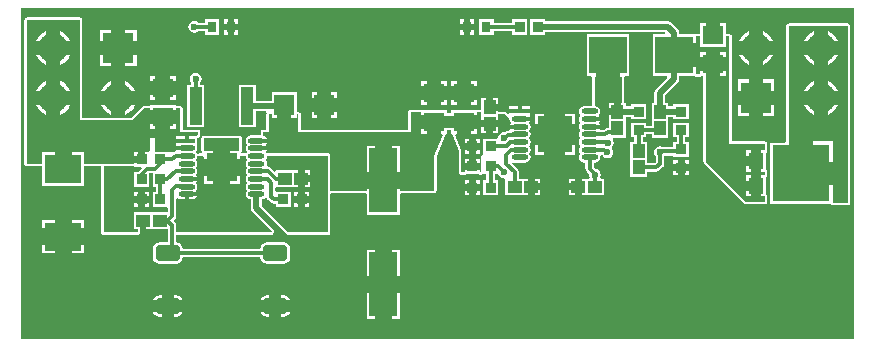
<source format=gtl>
G04*
G04 #@! TF.GenerationSoftware,Altium Limited,Altium Designer,19.1.6 (110)*
G04*
G04 Layer_Physical_Order=1*
G04 Layer_Color=255*
%FSLAX43Y43*%
%MOMM*%
G71*
G01*
G75*
%ADD10C,0.200*%
%ADD13C,0.500*%
%ADD35R,1.250X1.400*%
%ADD36R,4.800X4.800*%
%ADD37R,3.000X3.100*%
%ADD38O,1.400X0.450*%
%ADD39R,1.400X0.450*%
G04:AMPARAMS|DCode=40|XSize=2.1mm|YSize=1.4mm|CornerRadius=0.35mm|HoleSize=0mm|Usage=FLASHONLY|Rotation=0.000|XOffset=0mm|YOffset=0mm|HoleType=Round|Shape=RoundedRectangle|*
%AMROUNDEDRECTD40*
21,1,2.100,0.700,0,0,0.0*
21,1,1.400,1.400,0,0,0.0*
1,1,0.700,0.700,-0.350*
1,1,0.700,-0.700,-0.350*
1,1,0.700,-0.700,0.350*
1,1,0.700,0.700,0.350*
%
%ADD40ROUNDEDRECTD40*%
%ADD41R,1.150X1.000*%
%ADD42R,0.850X0.900*%
%ADD43R,3.150X2.450*%
%ADD44R,2.350X5.450*%
%ADD45R,3.200X3.150*%
%ADD46R,1.800X1.650*%
%ADD47R,0.800X0.950*%
%ADD48R,1.000X1.150*%
%ADD49R,0.900X0.850*%
%ADD50R,1.700X1.800*%
%ADD51R,1.050X3.200*%
%ADD52R,2.660X2.460*%
%ADD53C,0.300*%
%ADD54C,1.000*%
%ADD55C,2.500*%
%ADD56R,2.500X2.500*%
%ADD57C,0.600*%
G36*
X121500Y71000D02*
X51000D01*
Y99000D01*
X121500D01*
Y71000D01*
D02*
G37*
%LPC*%
G36*
X67775Y98075D02*
X66575D01*
Y97757D01*
X66063D01*
X66060Y97760D01*
X65895Y97871D01*
X65700Y97910D01*
X65505Y97871D01*
X65340Y97760D01*
X65229Y97595D01*
X65190Y97400D01*
X65229Y97205D01*
X65340Y97040D01*
X65505Y96929D01*
X65700Y96890D01*
X65895Y96929D01*
X66060Y97040D01*
X66063Y97043D01*
X66575D01*
Y96725D01*
X67775D01*
Y98075D01*
D02*
G37*
G36*
X89375Y98075D02*
X89040D01*
Y97665D01*
X89375D01*
Y98075D01*
D02*
G37*
G36*
X69425Y98075D02*
X69090D01*
Y97665D01*
X69425D01*
Y98075D01*
D02*
G37*
G36*
X68560D02*
X68225D01*
Y97665D01*
X68560D01*
Y98075D01*
D02*
G37*
G36*
X88510Y98075D02*
X88175D01*
Y97665D01*
X88510D01*
Y98075D01*
D02*
G37*
G36*
X91025D02*
X89825D01*
Y96725D01*
X91025D01*
Y97043D01*
X92600D01*
Y96750D01*
X93850D01*
Y98050D01*
X92600D01*
Y97757D01*
X91025D01*
Y98075D01*
D02*
G37*
G36*
X69425Y97135D02*
X69090D01*
Y96725D01*
X69425D01*
Y97135D01*
D02*
G37*
G36*
X68560D02*
X68225D01*
Y96725D01*
X68560D01*
Y97135D01*
D02*
G37*
G36*
X89375D02*
X89040D01*
Y96725D01*
X89375D01*
Y97135D01*
D02*
G37*
G36*
X88510D02*
X88175D01*
Y96725D01*
X88510D01*
Y97135D01*
D02*
G37*
G36*
X60800Y97150D02*
X59850D01*
Y96200D01*
X60800D01*
Y97150D01*
D02*
G37*
G36*
X58650D02*
X57700D01*
Y96200D01*
X58650D01*
Y97150D01*
D02*
G37*
G36*
X113850Y97037D02*
Y96200D01*
X114687D01*
X114545Y96465D01*
X114351Y96701D01*
X114115Y96895D01*
X113850Y97037D01*
D02*
G37*
G36*
X112650Y97037D02*
X112385Y96895D01*
X112149Y96701D01*
X111955Y96465D01*
X111813Y96200D01*
X112650D01*
Y97037D01*
D02*
G37*
G36*
X114687Y95000D02*
X113850D01*
Y94163D01*
X114115Y94305D01*
X114351Y94499D01*
X114545Y94735D01*
X114687Y95000D01*
D02*
G37*
G36*
X112650D02*
X111813D01*
X111955Y94735D01*
X112149Y94499D01*
X112385Y94305D01*
X112650Y94163D01*
Y95000D01*
D02*
G37*
G36*
X60800Y95000D02*
X59850D01*
Y94050D01*
X60800D01*
Y95000D01*
D02*
G37*
G36*
X58650D02*
X57700D01*
Y94050D01*
X58650D01*
Y95000D01*
D02*
G37*
G36*
X64100Y93250D02*
X63600D01*
Y92825D01*
X64100D01*
Y93250D01*
D02*
G37*
G36*
X62400D02*
X61900D01*
Y92825D01*
X62400D01*
Y93250D01*
D02*
G37*
G36*
X89600Y92850D02*
X89100D01*
Y92425D01*
X89600D01*
Y92850D01*
D02*
G37*
G36*
X87900D02*
X87400D01*
Y92425D01*
X87900D01*
Y92850D01*
D02*
G37*
G36*
X87100Y92850D02*
X86600D01*
Y92425D01*
X87100D01*
Y92850D01*
D02*
G37*
G36*
X85400D02*
X84900D01*
Y92425D01*
X85400D01*
Y92850D01*
D02*
G37*
G36*
X59850Y92837D02*
Y92000D01*
X60687D01*
X60545Y92265D01*
X60351Y92501D01*
X60115Y92695D01*
X59850Y92837D01*
D02*
G37*
G36*
X58650Y92837D02*
X58385Y92695D01*
X58149Y92501D01*
X57955Y92265D01*
X57813Y92000D01*
X58650D01*
Y92837D01*
D02*
G37*
G36*
X114800Y92950D02*
X113850D01*
Y92000D01*
X114800D01*
Y92950D01*
D02*
G37*
G36*
X112650D02*
X111700D01*
Y92000D01*
X112650D01*
Y92950D01*
D02*
G37*
G36*
X77750Y91900D02*
X77300D01*
Y91400D01*
X77750D01*
Y91900D01*
D02*
G37*
G36*
X76100D02*
X75650D01*
Y91400D01*
X76100D01*
Y91900D01*
D02*
G37*
G36*
X64100Y91625D02*
X63600D01*
Y91200D01*
X64100D01*
Y91625D01*
D02*
G37*
G36*
X62400D02*
X61900D01*
Y91200D01*
X62400D01*
Y91625D01*
D02*
G37*
G36*
X91400Y91375D02*
X91000D01*
Y90900D01*
X91400D01*
Y91375D01*
D02*
G37*
G36*
X87100Y91225D02*
X86600D01*
Y90800D01*
X87100D01*
Y91225D01*
D02*
G37*
G36*
X85400D02*
X84900D01*
Y90800D01*
X85400D01*
Y91225D01*
D02*
G37*
G36*
X89600Y91225D02*
X89100D01*
Y90800D01*
X89600D01*
Y91225D01*
D02*
G37*
G36*
X87900D02*
X87400D01*
Y90800D01*
X87900D01*
Y91225D01*
D02*
G37*
G36*
X94150Y90675D02*
X93415D01*
Y90415D01*
X94150D01*
Y90675D01*
D02*
G37*
G36*
X93085D02*
X92350D01*
Y90415D01*
X93085D01*
Y90675D01*
D02*
G37*
G36*
X60687Y90800D02*
X59850D01*
Y89963D01*
X60115Y90105D01*
X60351Y90299D01*
X60545Y90535D01*
X60687Y90800D01*
D02*
G37*
G36*
X58650D02*
X57813D01*
X57955Y90535D01*
X58149Y90299D01*
X58385Y90105D01*
X58650Y89963D01*
Y90800D01*
D02*
G37*
G36*
X114800Y90800D02*
X113850D01*
Y89850D01*
X114800D01*
Y90800D01*
D02*
G37*
G36*
X112650D02*
X111700D01*
Y89850D01*
X112650D01*
Y90800D01*
D02*
G37*
G36*
X77750Y90200D02*
X77300D01*
Y89700D01*
X77750D01*
Y90200D01*
D02*
G37*
G36*
X76100D02*
X75650D01*
Y89700D01*
X76100D01*
Y90200D01*
D02*
G37*
G36*
X102500Y96775D02*
X98900D01*
Y93225D01*
X99286D01*
X99370Y93149D01*
X99396Y93098D01*
X99396Y90683D01*
X98675D01*
X98509Y90650D01*
X98369Y90556D01*
X98275Y90416D01*
X98242Y90250D01*
X98275Y90084D01*
X98315Y90023D01*
X98360Y89925D01*
X98315Y89827D01*
X98275Y89766D01*
X98242Y89600D01*
X98275Y89434D01*
X98369Y89294D01*
Y89256D01*
X98275Y89116D01*
X98242Y88950D01*
X98275Y88784D01*
X98315Y88723D01*
X98360Y88625D01*
X98315Y88527D01*
X98275Y88466D01*
X98242Y88300D01*
X98275Y88134D01*
X98369Y87994D01*
Y87956D01*
X98275Y87816D01*
X98242Y87650D01*
X98275Y87484D01*
X98315Y87423D01*
X98360Y87325D01*
X98315Y87227D01*
X98275Y87166D01*
X98242Y87000D01*
X98275Y86834D01*
X98369Y86694D01*
Y86656D01*
X98275Y86516D01*
X98242Y86350D01*
X98275Y86184D01*
X98369Y86044D01*
X98509Y85950D01*
X98675Y85917D01*
X98793D01*
Y85450D01*
X98820Y85313D01*
X98898Y85198D01*
X98910Y85186D01*
X98948Y85129D01*
X99105Y84972D01*
X99090Y84900D01*
X99129Y84705D01*
X99158Y84662D01*
X99098Y84550D01*
X98500D01*
Y83850D01*
Y83150D01*
X100375D01*
Y84550D01*
X100102D01*
X100042Y84662D01*
X100071Y84705D01*
X100110Y84900D01*
X100071Y85095D01*
X99960Y85260D01*
X99795Y85371D01*
X99695Y85391D01*
X99507Y85579D01*
Y85917D01*
X99625D01*
X99791Y85950D01*
X99931Y86044D01*
X100025Y86184D01*
X100058Y86350D01*
X100030Y86494D01*
X100088Y86584D01*
X100111Y86608D01*
X100182Y86605D01*
X100189Y86604D01*
X100299Y86440D01*
X100464Y86329D01*
X100659Y86290D01*
X100854Y86329D01*
X101020Y86440D01*
X101130Y86605D01*
X101169Y86800D01*
X101130Y86995D01*
X101066Y87091D01*
X101060Y87240D01*
X101171Y87405D01*
X101210Y87600D01*
X101171Y87795D01*
X101102Y87898D01*
X101170Y88025D01*
X102200D01*
Y89425D01*
Y89766D01*
X102650D01*
Y89600D01*
X103950D01*
Y90850D01*
X102650D01*
Y90684D01*
X102200D01*
Y90975D01*
X102104D01*
Y93125D01*
X102214Y93225D01*
X102500D01*
Y96775D01*
D02*
G37*
G36*
X97900Y90050D02*
X97100D01*
Y89200D01*
X97900D01*
Y90050D01*
D02*
G37*
G36*
X95300D02*
X94500D01*
Y89200D01*
X95300D01*
Y90050D01*
D02*
G37*
G36*
X65800Y93510D02*
X65605Y93471D01*
X65440Y93360D01*
X65329Y93195D01*
X65290Y93000D01*
X65329Y92805D01*
X65440Y92640D01*
X65443Y92637D01*
Y92500D01*
X65100D01*
Y88900D01*
X66550D01*
Y92500D01*
X66157D01*
Y92637D01*
X66160Y92640D01*
X66271Y92805D01*
X66310Y93000D01*
X66271Y93195D01*
X66160Y93360D01*
X65995Y93471D01*
X65800Y93510D01*
D02*
G37*
G36*
X97900Y87400D02*
X97100D01*
Y86550D01*
X97900D01*
Y87400D01*
D02*
G37*
G36*
X95300D02*
X94500D01*
Y86550D01*
X95300D01*
Y87400D01*
D02*
G37*
G36*
X56000Y98204D02*
X51500D01*
X51422Y98188D01*
X51356Y98144D01*
X51312Y98078D01*
X51296Y98000D01*
Y85800D01*
X51312Y85722D01*
X51356Y85656D01*
X51422Y85612D01*
X51500Y85596D01*
X52825D01*
Y83925D01*
X56375D01*
Y85596D01*
X57796D01*
Y80000D01*
X57812Y79922D01*
X57856Y79856D01*
X57922Y79812D01*
X58000Y79796D01*
X60891D01*
X60969Y79812D01*
X61035Y79856D01*
X61080Y79922D01*
X61095Y80000D01*
Y80300D01*
X63443D01*
Y79151D01*
X62750D01*
X62535Y79108D01*
X62353Y78987D01*
X62232Y78805D01*
X62189Y78590D01*
Y77890D01*
X62232Y77675D01*
X62353Y77493D01*
X62535Y77372D01*
X62750Y77329D01*
X64150D01*
X64365Y77372D01*
X64547Y77493D01*
X64668Y77675D01*
X64709Y77883D01*
X71291D01*
X71332Y77675D01*
X71453Y77493D01*
X71635Y77372D01*
X71850Y77329D01*
X73250D01*
X73465Y77372D01*
X73647Y77493D01*
X73768Y77675D01*
X73811Y77890D01*
Y78590D01*
X73768Y78805D01*
X73647Y78987D01*
X73465Y79108D01*
X73250Y79151D01*
X71850D01*
X71635Y79108D01*
X71453Y78987D01*
X71332Y78805D01*
X71291Y78597D01*
X64709D01*
X64668Y78805D01*
X64547Y78987D01*
X64365Y79108D01*
X64157Y79149D01*
Y79796D01*
X72185D01*
X72263Y79812D01*
X72329Y79856D01*
X72374Y79922D01*
X72374Y79922D01*
X72422Y80039D01*
X72422Y80039D01*
X72438Y80117D01*
X72422Y80195D01*
X72378Y80262D01*
X72378Y80262D01*
X70784Y81856D01*
X70718Y81954D01*
X70695Y82070D01*
Y82792D01*
X70785D01*
Y83225D01*
X71115D01*
Y82792D01*
X71205D01*
Y82240D01*
X71220Y82162D01*
X71265Y82096D01*
X71265Y82096D01*
X73505Y79856D01*
X73571Y79812D01*
X73649Y79796D01*
X77000D01*
X77078Y79812D01*
X77144Y79856D01*
X77188Y79922D01*
X77204Y80000D01*
Y83207D01*
X77294Y83297D01*
X80235Y83296D01*
X80235Y83296D01*
X80325Y83185D01*
Y81475D01*
X83075D01*
Y83206D01*
X83165Y83296D01*
X85910Y83296D01*
X85910Y83296D01*
X85988Y83311D01*
X86021Y83333D01*
X86054Y83355D01*
X86054Y83355D01*
X86144Y83445D01*
X86144Y83445D01*
X86188Y83511D01*
X86188Y83511D01*
X86197Y83554D01*
X86204Y83589D01*
X86204Y86459D01*
X86922Y88165D01*
X86926Y88185D01*
X86934Y88204D01*
X86934Y88224D01*
X86938Y88243D01*
X86996Y88321D01*
X87044Y88350D01*
X87045Y88350D01*
X87100D01*
Y88669D01*
X87400D01*
Y88350D01*
X87455D01*
X87456Y88350D01*
X87504Y88321D01*
X87562Y88243D01*
X87566Y88224D01*
X87566Y88204D01*
X87574Y88185D01*
X87578Y88165D01*
X88096Y86934D01*
X88096Y85100D01*
X88112Y85022D01*
X88156Y84956D01*
X88222Y84912D01*
X88300Y84896D01*
X88600D01*
X88678Y84912D01*
X88736Y84950D01*
X89714D01*
X89772Y84912D01*
X89850Y84896D01*
X90000D01*
X90078Y84912D01*
X90150Y84950D01*
X90418D01*
Y84450D01*
X90150D01*
Y83150D01*
X91400D01*
Y84450D01*
X91132D01*
Y84950D01*
X91400D01*
X91429Y84906D01*
X91429Y84905D01*
X91429Y84905D01*
X91540Y84740D01*
X91705Y84629D01*
X91900Y84590D01*
X91916Y84593D01*
X92025Y84486D01*
Y83150D01*
X93900D01*
Y83850D01*
Y84550D01*
X93157D01*
Y85119D01*
X93130Y85256D01*
X93052Y85372D01*
X92602Y85822D01*
X92665Y85939D01*
X92775Y85917D01*
X93725D01*
X93891Y85950D01*
X94031Y86044D01*
X94125Y86184D01*
X94158Y86350D01*
X94125Y86516D01*
X94031Y86656D01*
Y86694D01*
X94125Y86834D01*
X94158Y87000D01*
X94125Y87166D01*
X94085Y87227D01*
X94040Y87325D01*
X94085Y87423D01*
X94125Y87484D01*
X94158Y87650D01*
X94125Y87816D01*
X94031Y87956D01*
Y87994D01*
X94125Y88134D01*
X94158Y88300D01*
X94125Y88466D01*
X94085Y88527D01*
X94040Y88625D01*
X94085Y88723D01*
X94125Y88784D01*
X94158Y88950D01*
X94125Y89116D01*
X94031Y89256D01*
Y89294D01*
X94125Y89434D01*
X94126Y89435D01*
X93250D01*
Y89765D01*
X94145D01*
X94150Y89825D01*
X94150Y89825D01*
X94150Y89825D01*
Y90085D01*
X93250D01*
X92303D01*
X92233Y90056D01*
X92144Y90144D01*
X92078Y90188D01*
X92000Y90204D01*
X91400D01*
Y90300D01*
X90700D01*
Y90600D01*
X90400D01*
Y91375D01*
X90000D01*
Y90404D01*
X89600D01*
X89580Y90400D01*
X87400D01*
Y90081D01*
X87100D01*
Y90400D01*
X84920D01*
X84900Y90404D01*
X84000D01*
X83922Y90388D01*
X83856Y90344D01*
X83812Y90278D01*
X83796Y90200D01*
Y88704D01*
X74704D01*
X74704Y90000D01*
X74688Y90078D01*
X74644Y90144D01*
X74578Y90188D01*
X74500Y90204D01*
X74350D01*
Y91900D01*
X72250D01*
Y91159D01*
X70900D01*
Y92500D01*
X69450D01*
Y88900D01*
X70900D01*
Y90241D01*
X71780D01*
X71799Y90217D01*
X71836Y90114D01*
X71812Y90078D01*
X71796Y90000D01*
X71796Y88704D01*
X71500D01*
X71422Y88688D01*
X71356Y88644D01*
X71312Y88578D01*
X71296Y88500D01*
Y88208D01*
X70475D01*
X70309Y88175D01*
X70169Y88081D01*
X70075Y87941D01*
X70042Y87775D01*
X70075Y87609D01*
X70169Y87469D01*
Y87431D01*
X70075Y87291D01*
X70042Y87125D01*
X70075Y86959D01*
X70169Y86819D01*
Y86794D01*
X70147Y86762D01*
X70078Y86693D01*
X70070Y86694D01*
X70041Y86703D01*
X70031Y86702D01*
X70021Y86704D01*
X69733D01*
X69674Y86831D01*
X69688Y86852D01*
X69704Y86930D01*
Y88000D01*
X69688Y88078D01*
X69644Y88144D01*
X69578Y88188D01*
X69500Y88204D01*
X66500D01*
X66422Y88188D01*
X66356Y88144D01*
X66312Y88078D01*
X66296Y88000D01*
Y86930D01*
X66312Y86852D01*
X66334Y86818D01*
X66299Y86711D01*
X66281Y86687D01*
X65938Y86658D01*
X65926Y86655D01*
X65916D01*
X65885Y86702D01*
X65831Y86819D01*
X65925Y86959D01*
X65958Y87125D01*
X65939Y87223D01*
X65950Y87350D01*
X65950Y87350D01*
X65950Y87350D01*
Y87996D01*
X65984Y88003D01*
X66019Y88008D01*
X66023Y88011D01*
X66028Y88012D01*
X66057Y88031D01*
X66087Y88049D01*
X66090Y88053D01*
X66094Y88056D01*
X66114Y88085D01*
X66135Y88113D01*
X66185Y88219D01*
X66186Y88224D01*
X66188Y88228D01*
X66195Y88263D01*
X66204Y88297D01*
X66203Y88302D01*
X66204Y88306D01*
Y88500D01*
X66188Y88578D01*
X66144Y88644D01*
X66078Y88688D01*
X66000Y88704D01*
X64704D01*
Y90500D01*
X64688Y90578D01*
X64644Y90644D01*
X64578Y90688D01*
X64500Y90704D01*
X64100D01*
Y90800D01*
X61900D01*
Y90704D01*
X61400D01*
X61400Y90704D01*
X61322Y90688D01*
X61256Y90644D01*
X61256Y90644D01*
X60316Y89704D01*
X56204D01*
X56204Y98000D01*
X56188Y98078D01*
X56144Y98144D01*
X56078Y98188D01*
X56000Y98204D01*
D02*
G37*
G36*
X107550Y86100D02*
X107200D01*
Y85775D01*
X107550D01*
Y86100D01*
D02*
G37*
G36*
X106600D02*
X106250D01*
Y85775D01*
X106600D01*
Y86100D01*
D02*
G37*
G36*
X107550Y85175D02*
X107200D01*
Y84850D01*
X107550D01*
Y85175D01*
D02*
G37*
G36*
X106600D02*
X106250D01*
Y84850D01*
X106600D01*
Y85175D01*
D02*
G37*
G36*
X94975Y84550D02*
X94500D01*
Y84150D01*
X94975D01*
Y84550D01*
D02*
G37*
G36*
X97900D02*
X97425D01*
Y84150D01*
X97900D01*
Y84550D01*
D02*
G37*
G36*
X89850Y84450D02*
X89525D01*
Y84100D01*
X89850D01*
Y84450D01*
D02*
G37*
G36*
X88925D02*
X88600D01*
Y84100D01*
X88925D01*
Y84450D01*
D02*
G37*
G36*
X97900Y83550D02*
X97425D01*
Y83150D01*
X97900D01*
Y83550D01*
D02*
G37*
G36*
X94975D02*
X94500D01*
Y83150D01*
X94975D01*
Y83550D01*
D02*
G37*
G36*
X89850Y83500D02*
X89525D01*
Y83150D01*
X89850D01*
Y83500D01*
D02*
G37*
G36*
X88925D02*
X88600D01*
Y83150D01*
X88925D01*
Y83500D01*
D02*
G37*
G36*
X95400Y98050D02*
X94150D01*
Y96750D01*
X95400D01*
Y96941D01*
X105542D01*
X105571Y96902D01*
X105507Y96775D01*
X104500D01*
Y93225D01*
X105697D01*
X105749Y93098D01*
X104776Y92124D01*
X104676Y91976D01*
X104641Y91800D01*
Y90975D01*
X104400D01*
Y89425D01*
Y89032D01*
X103950D01*
Y89300D01*
X102650D01*
Y88050D01*
X102943D01*
Y87675D01*
X102600D01*
Y86125D01*
Y84725D01*
X104000D01*
Y85143D01*
X104800D01*
X104937Y85170D01*
X105052Y85248D01*
X105352Y85548D01*
X105430Y85663D01*
X105457Y85800D01*
Y86437D01*
X105460Y86440D01*
X105501Y86501D01*
X106250D01*
Y86400D01*
X107550D01*
Y87650D01*
X107257D01*
Y88050D01*
X107550D01*
Y89300D01*
X106250D01*
Y88050D01*
X106543D01*
Y87650D01*
X106250D01*
Y87214D01*
X105380D01*
X105295Y87271D01*
X105100Y87310D01*
X104905Y87271D01*
X104740Y87160D01*
X104629Y86995D01*
X104590Y86800D01*
X104629Y86605D01*
X104740Y86440D01*
X104743Y86437D01*
Y85948D01*
X104652Y85857D01*
X104000D01*
Y86125D01*
Y87675D01*
X103657D01*
Y88050D01*
X103950D01*
Y88318D01*
X104400D01*
Y88025D01*
X105800D01*
Y89425D01*
Y89766D01*
X106250D01*
Y89600D01*
X107550D01*
Y90850D01*
X106250D01*
Y90684D01*
X105800D01*
Y90975D01*
X105559D01*
Y91610D01*
X106624Y92676D01*
X106724Y92824D01*
X106759Y93000D01*
Y93225D01*
X108100D01*
X108100Y93225D01*
X108103Y93224D01*
X108122Y93212D01*
X108200Y93196D01*
X108200Y93196D01*
X108215Y93196D01*
X108500D01*
X108578Y93212D01*
X108598Y93225D01*
X108796D01*
Y86000D01*
X108796Y86000D01*
X108812Y85922D01*
X108856Y85856D01*
X112256Y82456D01*
X112322Y82412D01*
X112400Y82396D01*
X114000D01*
X114078Y82412D01*
X114144Y82456D01*
X114188Y82522D01*
X114204Y82600D01*
Y83060D01*
X114188Y83138D01*
X114144Y83204D01*
X114078Y83248D01*
X114060Y83252D01*
Y84668D01*
X114078Y84672D01*
X114144Y84716D01*
X114188Y84782D01*
X114204Y84860D01*
Y85140D01*
X114188Y85218D01*
X114144Y85284D01*
X114078Y85328D01*
X114060Y85332D01*
Y86748D01*
X114078Y86752D01*
X114144Y86796D01*
X114188Y86862D01*
X114204Y86940D01*
Y87500D01*
X114188Y87578D01*
X114144Y87644D01*
X114078Y87688D01*
X114000Y87704D01*
X111204D01*
Y96600D01*
X111188Y96678D01*
X111144Y96744D01*
X111078Y96788D01*
X111000Y96804D01*
X110700D01*
Y97725D01*
X110200D01*
Y96700D01*
X109000D01*
Y97725D01*
X108500D01*
Y96804D01*
X108215D01*
X108200Y96804D01*
X108200Y96804D01*
X108122Y96788D01*
X108103Y96776D01*
X108100Y96775D01*
X108100Y96775D01*
X106759D01*
Y96900D01*
X106724Y97076D01*
X106624Y97224D01*
X106124Y97724D01*
X105976Y97824D01*
X105800Y97859D01*
X95400D01*
Y98050D01*
D02*
G37*
G36*
X121000Y97704D02*
X116000Y97704D01*
X115922Y97688D01*
X115856Y97644D01*
X115812Y97578D01*
X115796Y97500D01*
Y87700D01*
X115686Y87600D01*
X114440D01*
Y82400D01*
X119566D01*
X119596Y82356D01*
X119662Y82312D01*
X119740Y82296D01*
X121000D01*
X121078Y82312D01*
X121144Y82356D01*
X121188Y82422D01*
X121204Y82500D01*
Y97500D01*
X121188Y97578D01*
X121144Y97644D01*
X121078Y97688D01*
X121000Y97704D01*
D02*
G37*
G36*
X56375Y81075D02*
X55300D01*
Y80350D01*
X56375D01*
Y81075D01*
D02*
G37*
G36*
X53900D02*
X52825D01*
Y80350D01*
X53900D01*
Y81075D01*
D02*
G37*
G36*
X56375Y78950D02*
X55300D01*
Y78225D01*
X56375D01*
Y78950D01*
D02*
G37*
G36*
X53900D02*
X52825D01*
Y78225D01*
X53900D01*
Y78950D01*
D02*
G37*
G36*
X83075Y78525D02*
X82400D01*
Y76300D01*
X83075D01*
Y78525D01*
D02*
G37*
G36*
X81000D02*
X80325D01*
Y76300D01*
X81000D01*
Y78525D01*
D02*
G37*
G36*
X73250Y74671D02*
X73050D01*
Y74260D01*
X73781D01*
X73768Y74325D01*
X73647Y74507D01*
X73465Y74628D01*
X73250Y74671D01*
D02*
G37*
G36*
X72050D02*
X71850D01*
X71635Y74628D01*
X71453Y74507D01*
X71332Y74325D01*
X71319Y74260D01*
X72050D01*
Y74671D01*
D02*
G37*
G36*
X64150D02*
X63950D01*
Y74260D01*
X64681D01*
X64668Y74325D01*
X64547Y74507D01*
X64365Y74628D01*
X64150Y74671D01*
D02*
G37*
G36*
X62950D02*
X62750D01*
X62535Y74628D01*
X62353Y74507D01*
X62232Y74325D01*
X62219Y74260D01*
X62950D01*
Y74671D01*
D02*
G37*
G36*
X73781Y73260D02*
X73050D01*
Y72849D01*
X73250D01*
X73465Y72892D01*
X73647Y73013D01*
X73768Y73195D01*
X73781Y73260D01*
D02*
G37*
G36*
X72050D02*
X71319D01*
X71332Y73195D01*
X71453Y73013D01*
X71635Y72892D01*
X71850Y72849D01*
X72050D01*
Y73260D01*
D02*
G37*
G36*
X64681D02*
X63950D01*
Y72849D01*
X64150D01*
X64365Y72892D01*
X64547Y73013D01*
X64668Y73195D01*
X64681Y73260D01*
D02*
G37*
G36*
X62950D02*
X62219D01*
X62232Y73195D01*
X62353Y73013D01*
X62535Y72892D01*
X62750Y72849D01*
X62950D01*
Y73260D01*
D02*
G37*
G36*
X83075Y74900D02*
X82400D01*
Y72675D01*
X83075D01*
Y74900D01*
D02*
G37*
G36*
X81000D02*
X80325D01*
Y72675D01*
X81000D01*
Y74900D01*
D02*
G37*
%LPD*%
G36*
X101700Y93125D02*
X101900D01*
Y90975D01*
X101800D01*
Y90200D01*
X101500D01*
Y89900D01*
X100800D01*
Y89425D01*
Y88857D01*
X100700D01*
X100563Y88830D01*
X100448Y88752D01*
X100395Y88700D01*
X100110D01*
X100059Y88785D01*
X99150D01*
Y89115D01*
X100025D01*
X100025Y89116D01*
X99931Y89256D01*
Y89294D01*
X100025Y89434D01*
X100026Y89435D01*
X99150D01*
Y89765D01*
X100025D01*
X100025Y89766D01*
X99985Y89827D01*
X99940Y89925D01*
X99985Y90023D01*
X100025Y90084D01*
X100058Y90250D01*
X100025Y90416D01*
X99931Y90556D01*
X99791Y90650D01*
X99625Y90683D01*
X99600D01*
X99600Y93125D01*
X99700D01*
Y95000D01*
X101700D01*
Y93125D01*
D02*
G37*
%LPC*%
G36*
X101200Y90975D02*
X100800D01*
Y90500D01*
X101200D01*
Y90975D01*
D02*
G37*
%LPD*%
G36*
X73900Y89700D02*
X74350D01*
Y90000D01*
X74500D01*
X74500Y88500D01*
X84000D01*
Y90200D01*
X84900D01*
Y89975D01*
X86000D01*
Y89375D01*
X86600D01*
Y88350D01*
X86664D01*
X86734Y88244D01*
X86000Y86500D01*
X86000Y83589D01*
X85910Y83500D01*
X83075Y83500D01*
Y83700D01*
X80325D01*
Y83590D01*
X80235Y83500D01*
X77204Y83500D01*
Y86500D01*
X77188Y86578D01*
X77144Y86644D01*
X77078Y86688D01*
X77000Y86704D01*
X71879D01*
X71869Y86702D01*
X71859Y86703D01*
X71830Y86694D01*
X71822Y86693D01*
X71753Y86762D01*
X71731Y86794D01*
Y86819D01*
X71825Y86959D01*
X71826Y86960D01*
X70950D01*
Y87290D01*
X71826D01*
X71825Y87291D01*
X71731Y87431D01*
Y87469D01*
X71825Y87609D01*
X71826Y87610D01*
X70950D01*
Y87940D01*
X71826D01*
X71825Y87941D01*
X71731Y88081D01*
X71591Y88175D01*
X71500Y88193D01*
Y88500D01*
X72000D01*
X72000Y90000D01*
X72250D01*
Y89700D01*
X72700D01*
Y90800D01*
X73900D01*
Y89700D01*
D02*
G37*
G36*
X90000Y89500D02*
X90700D01*
X91400D01*
Y90000D01*
X92000D01*
X92351Y89649D01*
X92342Y89600D01*
X92375Y89434D01*
X92469Y89294D01*
Y89256D01*
X92375Y89116D01*
X92374Y89115D01*
X93250D01*
Y88785D01*
X92374D01*
X92375Y88784D01*
X92394Y88755D01*
X92326Y88628D01*
X92252D01*
X92116Y88601D01*
X92000Y88524D01*
X91972Y88495D01*
X91900Y88510D01*
X91705Y88471D01*
X91540Y88360D01*
X91429Y88195D01*
X91405Y88075D01*
X91390Y88000D01*
X91271Y87950D01*
X90150D01*
Y86650D01*
X90150Y86650D01*
X90150D01*
X90065Y86565D01*
X90000Y86500D01*
X90000Y85100D01*
X89850D01*
Y85300D01*
X89225D01*
Y85600D01*
D01*
Y85300D01*
X88600D01*
Y85100D01*
X88300D01*
X88300Y86975D01*
X87766Y88244D01*
X87836Y88350D01*
X87900D01*
Y89375D01*
X88500D01*
Y89975D01*
X89600D01*
Y90200D01*
X90000D01*
Y89500D01*
D02*
G37*
G36*
X56000Y89500D02*
X60400D01*
X61400Y90500D01*
X61900D01*
Y90375D01*
X63000D01*
X64100D01*
Y90500D01*
X64500D01*
Y88500D01*
X66000D01*
Y88306D01*
X65950Y88200D01*
X65215D01*
Y87775D01*
X65050D01*
Y87610D01*
X64150D01*
Y87350D01*
X64150Y87350D01*
X64155Y87290D01*
X65050D01*
Y86960D01*
X64157D01*
X64102Y86857D01*
X64100D01*
X63963Y86830D01*
X63919Y86800D01*
X63400D01*
Y86850D01*
X62400D01*
Y88000D01*
X61900D01*
Y86956D01*
X61850Y86850D01*
X61525D01*
Y86200D01*
X61225D01*
Y85900D01*
X60600D01*
Y85800D01*
X56375D01*
Y86775D01*
X55300D01*
Y85350D01*
X53900D01*
Y86775D01*
X52825D01*
Y85800D01*
X51500D01*
Y98000D01*
X56000D01*
X56000Y89500D01*
D02*
G37*
G36*
X69500Y86930D02*
X68700D01*
Y86200D01*
X69530D01*
Y86500D01*
X70021D01*
X70042Y86475D01*
X70075Y86309D01*
X70169Y86169D01*
Y86131D01*
X70075Y85991D01*
X70042Y85825D01*
X70075Y85659D01*
X70169Y85519D01*
Y85481D01*
X70075Y85341D01*
X70042Y85175D01*
X70075Y85009D01*
X70169Y84869D01*
Y84831D01*
X70075Y84691D01*
X70042Y84525D01*
X70075Y84359D01*
X70169Y84219D01*
Y84181D01*
X70075Y84041D01*
X70042Y83875D01*
X70075Y83709D01*
X70169Y83569D01*
Y83531D01*
X70075Y83391D01*
X70042Y83225D01*
X70075Y83059D01*
X70169Y82919D01*
X70309Y82825D01*
X70475Y82792D01*
X70491D01*
Y82050D01*
X70526Y81874D01*
X70626Y81726D01*
X72234Y80117D01*
X72185Y80000D01*
X64157D01*
Y80600D01*
X64130Y80737D01*
X64052Y80852D01*
X63905Y81000D01*
X64052Y81148D01*
X64130Y81263D01*
X64157Y81400D01*
Y82857D01*
X64218Y82891D01*
X64284Y82908D01*
X64409Y82825D01*
X64575Y82792D01*
X64885D01*
Y83225D01*
X65050D01*
Y83390D01*
X65925D01*
X65925Y83391D01*
X65831Y83531D01*
Y83569D01*
X65925Y83709D01*
X65958Y83875D01*
X65925Y84041D01*
X65831Y84181D01*
Y84219D01*
X65925Y84359D01*
X65926Y84360D01*
X65050D01*
Y84690D01*
X65926D01*
X65925Y84691D01*
X65831Y84831D01*
Y84869D01*
X65925Y85009D01*
X65958Y85175D01*
X65925Y85341D01*
X65831Y85481D01*
Y85519D01*
X65925Y85659D01*
X65958Y85825D01*
X65925Y85991D01*
X65831Y86131D01*
Y86169D01*
X65925Y86309D01*
X65954Y86455D01*
X66377Y86490D01*
X66470Y86404D01*
Y86200D01*
X67300D01*
Y86930D01*
X66500D01*
Y88000D01*
X69500D01*
Y86930D01*
D02*
G37*
G36*
X77000Y80000D02*
X73649D01*
X71409Y82240D01*
Y82792D01*
X71425D01*
X71591Y82825D01*
X71731Y82919D01*
X71865Y82890D01*
X71870Y82863D01*
X71948Y82748D01*
X72148Y82548D01*
X72263Y82470D01*
X72400Y82443D01*
X72600D01*
Y82150D01*
X73850D01*
Y83450D01*
X72600D01*
X72557Y83559D01*
Y83731D01*
X72575Y83850D01*
X74450D01*
Y84550D01*
Y85250D01*
X72575D01*
Y85196D01*
X72458Y85147D01*
X72152Y85452D01*
X72037Y85530D01*
X71900Y85557D01*
X71898D01*
X71830Y85684D01*
X71858Y85825D01*
X71825Y85991D01*
X71731Y86131D01*
Y86169D01*
X71825Y86309D01*
X71858Y86475D01*
X71879Y86500D01*
X77000D01*
Y80000D01*
D02*
G37*
G36*
X60600Y85550D02*
X61179D01*
X61228Y85433D01*
X60948Y85152D01*
X60946Y85150D01*
X60600D01*
Y83850D01*
X61850D01*
Y85043D01*
X61950D01*
X61950Y85043D01*
X62150D01*
Y83850D01*
X62418D01*
Y83450D01*
X62150D01*
Y82150D01*
X63400D01*
X63443Y82041D01*
Y81700D01*
X60575D01*
Y80300D01*
X60891D01*
Y80000D01*
X58000D01*
Y85596D01*
X60600D01*
Y85550D01*
D02*
G37*
%LPC*%
G36*
X85400Y88775D02*
X84900D01*
Y88350D01*
X85400D01*
Y88775D01*
D02*
G37*
G36*
X83075Y87325D02*
X82400D01*
Y85100D01*
X83075D01*
Y87325D01*
D02*
G37*
G36*
X81000D02*
X80325D01*
Y85100D01*
X81000D01*
Y87325D01*
D02*
G37*
G36*
X91400Y88900D02*
X91000D01*
Y88425D01*
X91400D01*
Y88900D01*
D02*
G37*
G36*
X90400D02*
X90000D01*
Y88425D01*
X90400D01*
Y88900D01*
D02*
G37*
G36*
X89600Y88775D02*
X89100D01*
Y88350D01*
X89600D01*
Y88775D01*
D02*
G37*
G36*
X89850Y87950D02*
X89525D01*
Y87600D01*
X89850D01*
Y87950D01*
D02*
G37*
G36*
X88925D02*
X88600D01*
Y87600D01*
X88925D01*
Y87950D01*
D02*
G37*
G36*
X89850Y87000D02*
X89525D01*
Y86650D01*
X89850D01*
Y87000D01*
D02*
G37*
G36*
X88925D02*
X88600D01*
Y86650D01*
X88925D01*
Y87000D01*
D02*
G37*
G36*
X89850Y86250D02*
X89525D01*
Y85900D01*
X89850D01*
Y86250D01*
D02*
G37*
G36*
X88925D02*
X88600D01*
Y85900D01*
X88925D01*
Y86250D01*
D02*
G37*
G36*
X54350Y97037D02*
Y96200D01*
X55187D01*
X55045Y96465D01*
X54851Y96701D01*
X54615Y96895D01*
X54350Y97037D01*
D02*
G37*
G36*
X53150Y97037D02*
X52885Y96895D01*
X52649Y96701D01*
X52455Y96465D01*
X52313Y96200D01*
X53150D01*
Y97037D01*
D02*
G37*
G36*
Y95000D02*
X52313D01*
X52455Y94735D01*
X52649Y94499D01*
X52885Y94305D01*
X53150Y94163D01*
Y95000D01*
D02*
G37*
G36*
X55187D02*
X54350D01*
Y94163D01*
X54615Y94305D01*
X54851Y94499D01*
X55045Y94735D01*
X55187Y95000D01*
D02*
G37*
G36*
X54350Y92837D02*
Y92000D01*
X55187D01*
X55045Y92265D01*
X54851Y92501D01*
X54615Y92695D01*
X54350Y92837D01*
D02*
G37*
G36*
X53150Y92837D02*
X52885Y92695D01*
X52649Y92501D01*
X52455Y92265D01*
X52313Y92000D01*
X53150D01*
Y92837D01*
D02*
G37*
G36*
Y90800D02*
X52313D01*
X52455Y90535D01*
X52649Y90299D01*
X52885Y90105D01*
X53150Y89963D01*
Y90800D01*
D02*
G37*
G36*
X55187D02*
X54350D01*
Y89963D01*
X54615Y90105D01*
X54851Y90299D01*
X55045Y90535D01*
X55187Y90800D01*
D02*
G37*
G36*
X64100Y89175D02*
X63600D01*
Y88750D01*
X64100D01*
Y89175D01*
D02*
G37*
G36*
X62400D02*
X61900D01*
Y88750D01*
X62400D01*
Y89175D01*
D02*
G37*
G36*
X64885Y88200D02*
X64150D01*
Y87940D01*
X64885D01*
Y88200D01*
D02*
G37*
G36*
X60925Y86850D02*
X60600D01*
Y86500D01*
X60925D01*
Y86850D01*
D02*
G37*
G36*
X69530Y84800D02*
X68700D01*
Y84070D01*
X69530D01*
Y84800D01*
D02*
G37*
G36*
X67300D02*
X66470D01*
Y84070D01*
X67300D01*
Y84800D01*
D02*
G37*
G36*
X65926Y83060D02*
X65215D01*
Y82792D01*
X65525D01*
X65691Y82825D01*
X65831Y82919D01*
X65925Y83059D01*
X65926Y83060D01*
D02*
G37*
G36*
X75525Y85250D02*
X75050D01*
Y84850D01*
X75525D01*
Y85250D01*
D02*
G37*
G36*
Y84250D02*
X75050D01*
Y83850D01*
X75525D01*
Y84250D01*
D02*
G37*
G36*
X75400Y83450D02*
X75075D01*
Y83100D01*
X75400D01*
Y83450D01*
D02*
G37*
G36*
X74475D02*
X74150D01*
Y83100D01*
X74475D01*
Y83450D01*
D02*
G37*
G36*
X75400Y82500D02*
X75075D01*
Y82150D01*
X75400D01*
Y82500D01*
D02*
G37*
G36*
X74475D02*
X74150D01*
Y82150D01*
X74475D01*
Y82500D01*
D02*
G37*
G36*
X61850Y83450D02*
X61525D01*
Y83100D01*
X61850D01*
Y83450D01*
D02*
G37*
G36*
X60925D02*
X60600D01*
Y83100D01*
X60925D01*
Y83450D01*
D02*
G37*
G36*
X61850Y82500D02*
X61525D01*
Y82150D01*
X61850D01*
Y82500D01*
D02*
G37*
G36*
X60925D02*
X60600D01*
Y82150D01*
X60925D01*
Y82500D01*
D02*
G37*
%LPD*%
G36*
X111000Y87500D02*
X114000D01*
Y86940D01*
X113665D01*
Y86040D01*
Y85140D01*
X114000D01*
Y84860D01*
X113665D01*
Y83960D01*
Y83060D01*
X114000D01*
Y82600D01*
X112400D01*
X109000Y86000D01*
Y93225D01*
X109000D01*
Y93650D01*
X108500D01*
Y93400D01*
X108200D01*
Y94000D01*
X106300D01*
Y96000D01*
X108200D01*
Y96600D01*
X108500D01*
Y95675D01*
X110700D01*
Y96600D01*
X111000D01*
Y87500D01*
D02*
G37*
%LPC*%
G36*
X110700Y95275D02*
X110200D01*
Y94850D01*
X110700D01*
Y95275D01*
D02*
G37*
G36*
X109000D02*
X108500D01*
Y94850D01*
X109000D01*
Y95275D01*
D02*
G37*
G36*
X110700Y93650D02*
X110200D01*
Y93225D01*
X110700D01*
Y93650D01*
D02*
G37*
G36*
X112805Y86940D02*
X112410D01*
Y86470D01*
X112805D01*
Y86940D01*
D02*
G37*
G36*
Y85610D02*
X112410D01*
Y85140D01*
X112805D01*
Y85610D01*
D02*
G37*
G36*
Y84860D02*
X112410D01*
Y84390D01*
X112805D01*
Y84860D01*
D02*
G37*
G36*
Y83530D02*
X112410D01*
Y83060D01*
X112805D01*
Y83530D01*
D02*
G37*
%LPD*%
G36*
X121000Y82500D02*
X119740D01*
Y84000D01*
X117040D01*
Y85000D01*
X116040D01*
Y87700D01*
X116000D01*
Y97500D01*
X121000Y97500D01*
Y82500D01*
D02*
G37*
%LPC*%
G36*
X119350Y97037D02*
Y96200D01*
X120187D01*
X120045Y96465D01*
X119851Y96701D01*
X119615Y96895D01*
X119350Y97037D01*
D02*
G37*
G36*
X118150D02*
X117885Y96895D01*
X117649Y96701D01*
X117455Y96465D01*
X117313Y96200D01*
X118150D01*
Y97037D01*
D02*
G37*
G36*
X120187Y95000D02*
X119350D01*
Y94163D01*
X119615Y94305D01*
X119851Y94499D01*
X120045Y94735D01*
X120187Y95000D01*
D02*
G37*
G36*
X118150D02*
X117313D01*
X117455Y94735D01*
X117649Y94499D01*
X117885Y94305D01*
X118150Y94163D01*
Y95000D01*
D02*
G37*
G36*
X119350Y92837D02*
Y92000D01*
X120187D01*
X120045Y92265D01*
X119851Y92501D01*
X119615Y92695D01*
X119350Y92837D01*
D02*
G37*
G36*
X118150D02*
X117885Y92695D01*
X117649Y92501D01*
X117455Y92265D01*
X117313Y92000D01*
X118150D01*
Y92837D01*
D02*
G37*
G36*
X120187Y90800D02*
X119350D01*
Y89963D01*
X119615Y90105D01*
X119851Y90299D01*
X120045Y90535D01*
X120187Y90800D01*
D02*
G37*
G36*
X118150D02*
X117313D01*
X117455Y90535D01*
X117649Y90299D01*
X117885Y90105D01*
X118150Y89963D01*
Y90800D01*
D02*
G37*
G36*
X119740Y87700D02*
X118040D01*
Y86000D01*
X119740D01*
Y87700D01*
D02*
G37*
%LPD*%
D10*
X62775Y86200D02*
X62775Y86200D01*
X65025Y86500D02*
X65050Y86475D01*
D13*
X106300Y95000D02*
X107050Y94250D01*
X105125Y90225D02*
X106900D01*
X101525D02*
X103300D01*
X106300Y93000D02*
Y95000D01*
X106300Y95000D02*
X106300Y95000D01*
X105100Y91800D02*
X106300Y93000D01*
X105100Y90200D02*
Y91800D01*
X70175Y90700D02*
X73200D01*
X61350Y79600D02*
Y81000D01*
X106300Y95000D02*
Y96900D01*
X105800Y97400D02*
X106300Y96900D01*
X94775Y97400D02*
X105800D01*
X70950Y82050D02*
X73550Y79450D01*
X70950Y82050D02*
Y83000D01*
D35*
X113235Y86040D02*
D03*
Y83960D02*
D03*
D36*
X117040Y85000D02*
D03*
D37*
X96200Y88300D02*
D03*
D38*
X99150Y86350D02*
D03*
Y87000D02*
D03*
Y87650D02*
D03*
Y88300D02*
D03*
Y88950D02*
D03*
Y89600D02*
D03*
Y90250D02*
D03*
X93250Y86350D02*
D03*
Y87000D02*
D03*
Y87650D02*
D03*
Y88300D02*
D03*
Y88950D02*
D03*
Y89600D02*
D03*
X65050Y87125D02*
D03*
Y86475D02*
D03*
Y85825D02*
D03*
Y85175D02*
D03*
Y84525D02*
D03*
Y83875D02*
D03*
Y83225D02*
D03*
X70950Y87775D02*
D03*
Y87125D02*
D03*
Y86475D02*
D03*
Y85825D02*
D03*
Y85175D02*
D03*
Y84525D02*
D03*
Y83875D02*
D03*
Y83225D02*
D03*
D39*
X93250Y90250D02*
D03*
X65050Y87775D02*
D03*
D40*
X63450Y78240D02*
D03*
X72550D02*
D03*
Y73760D02*
D03*
X63450D02*
D03*
D41*
X98200Y83850D02*
D03*
X99600D02*
D03*
X61350Y81000D02*
D03*
X62750D02*
D03*
X74750Y84550D02*
D03*
X73350D02*
D03*
X94200Y83850D02*
D03*
X92800D02*
D03*
D42*
X73225Y82800D02*
D03*
X74775D02*
D03*
X61225D02*
D03*
X62775D02*
D03*
Y84500D02*
D03*
X61225D02*
D03*
X62775Y86200D02*
D03*
X61225D02*
D03*
X89225Y87300D02*
D03*
X90775D02*
D03*
X89225Y85600D02*
D03*
X90775D02*
D03*
Y83800D02*
D03*
X89225D02*
D03*
X94775Y97400D02*
D03*
X93225D02*
D03*
D43*
X54600Y85350D02*
D03*
Y79650D02*
D03*
D44*
X81700Y84400D02*
D03*
Y75600D02*
D03*
D45*
X100700Y95000D02*
D03*
X106300D02*
D03*
D46*
X109600Y94250D02*
D03*
Y96700D02*
D03*
X86000Y91825D02*
D03*
Y89375D02*
D03*
X88500Y91825D02*
D03*
Y89375D02*
D03*
X63000Y92225D02*
D03*
Y89775D02*
D03*
D47*
X90425Y97400D02*
D03*
X88775D02*
D03*
X67175Y97400D02*
D03*
X68825D02*
D03*
D48*
X90700Y89200D02*
D03*
Y90600D02*
D03*
X105100Y90200D02*
D03*
Y88800D02*
D03*
X103300Y86900D02*
D03*
Y85500D02*
D03*
X101500Y88800D02*
D03*
Y90200D02*
D03*
D49*
X106900Y87025D02*
D03*
Y85475D02*
D03*
Y90225D02*
D03*
Y88675D02*
D03*
X103300D02*
D03*
Y90225D02*
D03*
D50*
X73300Y90800D02*
D03*
X76700D02*
D03*
D51*
X65825Y90700D02*
D03*
X70175D02*
D03*
D52*
X68000Y85500D02*
D03*
D53*
X99150Y85450D02*
Y86350D01*
Y85450D02*
X99200Y85400D01*
X105100Y90200D02*
X105125Y90225D01*
X106782Y86857D02*
X106900Y86975D01*
X105100Y85800D02*
Y86800D01*
X105157Y86857D01*
X104800Y85500D02*
X105100Y85800D01*
X103300Y86900D02*
Y88675D01*
X104975D01*
X105100Y88800D01*
X106900Y86975D02*
Y88675D01*
X105157Y86857D02*
X106782D01*
X103300Y85500D02*
X104800D01*
X101500Y90200D02*
X101525Y90225D01*
X73200Y90700D02*
X73300Y90800D01*
X62750Y81000D02*
X63400D01*
X90425Y97400D02*
X93225D01*
X106300Y95000D02*
X106300Y95000D01*
X100578Y86800D02*
X100659D01*
X100378Y87000D02*
X100578Y86800D01*
X99150Y87000D02*
X100378D01*
X100700Y88500D02*
X101200D01*
X100500Y88300D02*
X100700Y88500D01*
X99150Y88300D02*
X100500D01*
X99175Y87675D02*
X100625D01*
X100700Y87600D01*
X101200Y88500D02*
X101500Y88800D01*
X99150Y87650D02*
X99175Y87675D01*
X99150Y87650D02*
X99200Y87600D01*
X99600Y83850D02*
X99600Y83850D01*
X99600Y83850D02*
Y84900D01*
X99200Y85381D02*
Y85400D01*
Y85381D02*
X99600Y84981D01*
Y84900D02*
Y84981D01*
X91400Y85600D02*
X91900Y85100D01*
X90775Y85600D02*
X91400D01*
X90775Y85600D02*
X90775Y85600D01*
X92100Y86574D02*
X92498Y86971D01*
X92100Y85819D02*
Y86574D01*
X92498Y86971D02*
X93221D01*
X92100Y85819D02*
X92800Y85119D01*
Y83850D02*
Y85119D01*
X90825Y87350D02*
X92169D01*
X92441Y87621D02*
X93221D01*
X92169Y87350D02*
X92441Y87621D01*
X93221Y86971D02*
X93250Y87000D01*
X90775Y83800D02*
Y85600D01*
X91900Y88000D02*
X91981D01*
X92252Y88271D01*
X93221D01*
X93250Y88300D01*
X90775Y87300D02*
X90825Y87350D01*
X93221Y87621D02*
X93250Y87650D01*
X65800Y90725D02*
Y93000D01*
Y90725D02*
X65825Y90700D01*
X65700Y97400D02*
X67175D01*
X67175Y97400D01*
X72400Y82800D02*
X73225D01*
X72200Y83000D02*
X72400Y82800D01*
X72200Y83000D02*
Y84193D01*
X71896Y84496D02*
X72200Y84193D01*
X70979Y84496D02*
X71896D01*
X70950Y84525D02*
X70979Y84496D01*
X72600Y84500D02*
X73300D01*
X71900Y85200D02*
X72600Y84500D01*
X73300D02*
X73350Y84550D01*
X70975Y85200D02*
X71900D01*
X70950Y85175D02*
X70975Y85200D01*
X63400Y81000D02*
X63800Y80600D01*
X63400Y81000D02*
X63800Y81400D01*
Y78590D02*
Y80600D01*
X63450Y78240D02*
X72550D01*
X63450D02*
X63800Y78590D01*
Y81400D02*
Y83600D01*
X64100Y83900D01*
X65025D01*
X65050Y83875D01*
X63400Y84500D02*
X64100Y85200D01*
X62775Y84500D02*
X63400D01*
X64100Y85200D02*
X65025D01*
X65050Y85175D01*
X62775Y82800D02*
Y84500D01*
X62800Y85800D02*
Y86175D01*
X62400Y85400D02*
X62800Y85800D01*
X61950Y85400D02*
X62400D01*
X61700Y85400D02*
X61950D01*
X61200Y84900D02*
X61700Y85400D01*
X61200Y84525D02*
Y84900D01*
Y84525D02*
X61225Y84500D01*
X61950Y85400D02*
X61950Y85400D01*
X62775Y86200D02*
X62800Y86175D01*
X62775Y86200D02*
X63800D01*
X64100Y86500D01*
X65025D01*
D54*
X117040Y85000D02*
X118750Y86710D01*
X86000Y89375D02*
X88500D01*
D55*
X118750Y91400D02*
D03*
Y95600D02*
D03*
X113250D02*
D03*
X53750D02*
D03*
Y91400D02*
D03*
X59250D02*
D03*
D56*
X113250D02*
D03*
X59250Y95600D02*
D03*
D57*
X120000Y80000D02*
D03*
X121000Y78000D02*
D03*
X120000Y76000D02*
D03*
X121000Y74000D02*
D03*
X120000Y72000D02*
D03*
X119000Y82000D02*
D03*
X118000Y80000D02*
D03*
X119000Y78000D02*
D03*
X118000Y76000D02*
D03*
X119000Y74000D02*
D03*
X118000Y72000D02*
D03*
X117000Y82000D02*
D03*
X116000Y80000D02*
D03*
X117000Y78000D02*
D03*
X116000Y76000D02*
D03*
X117000Y74000D02*
D03*
X116000Y72000D02*
D03*
X115000Y94000D02*
D03*
Y82000D02*
D03*
X114000Y80000D02*
D03*
X115000Y78000D02*
D03*
X114000Y76000D02*
D03*
X115000Y74000D02*
D03*
X114000Y72000D02*
D03*
X113000Y82000D02*
D03*
X112000Y80000D02*
D03*
X113000Y78000D02*
D03*
X112000Y76000D02*
D03*
X113000Y74000D02*
D03*
X112000Y72000D02*
D03*
X110000Y84000D02*
D03*
X111000Y82000D02*
D03*
X110000Y80000D02*
D03*
X111000Y78000D02*
D03*
X110000Y76000D02*
D03*
X111000Y74000D02*
D03*
X110000Y72000D02*
D03*
X108000Y92000D02*
D03*
Y88000D02*
D03*
Y84000D02*
D03*
X109000Y82000D02*
D03*
X108000Y80000D02*
D03*
X109000Y78000D02*
D03*
X108000Y76000D02*
D03*
X109000Y74000D02*
D03*
X108000Y72000D02*
D03*
X106000Y84000D02*
D03*
X107000Y82000D02*
D03*
X106000Y80000D02*
D03*
X107000Y78000D02*
D03*
X106000Y76000D02*
D03*
X107000Y74000D02*
D03*
X106000Y72000D02*
D03*
X104000Y96000D02*
D03*
Y92000D02*
D03*
Y84000D02*
D03*
X105000Y82000D02*
D03*
X104000Y80000D02*
D03*
X105000Y78000D02*
D03*
X104000Y76000D02*
D03*
X105000Y74000D02*
D03*
X104000Y72000D02*
D03*
X103000Y94000D02*
D03*
X102000Y84000D02*
D03*
X103000Y82000D02*
D03*
X102000Y80000D02*
D03*
X103000Y78000D02*
D03*
X102000Y76000D02*
D03*
X103000Y74000D02*
D03*
X102000Y72000D02*
D03*
X101000Y86000D02*
D03*
Y82000D02*
D03*
X100000Y80000D02*
D03*
X101000Y78000D02*
D03*
X100000Y76000D02*
D03*
X101000Y74000D02*
D03*
X100000Y72000D02*
D03*
X98000Y96000D02*
D03*
Y92000D02*
D03*
X99000Y82000D02*
D03*
X98000Y80000D02*
D03*
X99000Y78000D02*
D03*
X98000Y76000D02*
D03*
X99000Y74000D02*
D03*
X98000Y72000D02*
D03*
X96000Y96000D02*
D03*
X97000Y94000D02*
D03*
X96000Y92000D02*
D03*
X97000Y86000D02*
D03*
X96000Y84000D02*
D03*
X97000Y82000D02*
D03*
X96000Y80000D02*
D03*
X97000Y78000D02*
D03*
X96000Y76000D02*
D03*
X97000Y74000D02*
D03*
X96000Y72000D02*
D03*
X94000Y96000D02*
D03*
X95000Y94000D02*
D03*
X94000Y92000D02*
D03*
X95000Y86000D02*
D03*
Y82000D02*
D03*
X94000Y80000D02*
D03*
X95000Y78000D02*
D03*
X94000Y76000D02*
D03*
X95000Y74000D02*
D03*
X94000Y72000D02*
D03*
X92000Y96000D02*
D03*
X93000Y94000D02*
D03*
X92000Y92000D02*
D03*
X93000Y82000D02*
D03*
X92000Y80000D02*
D03*
X93000Y78000D02*
D03*
X92000Y76000D02*
D03*
X93000Y74000D02*
D03*
X92000Y72000D02*
D03*
X90000Y96000D02*
D03*
X91000Y94000D02*
D03*
X90000Y92000D02*
D03*
X91000Y82000D02*
D03*
X90000Y80000D02*
D03*
X91000Y78000D02*
D03*
X90000Y76000D02*
D03*
X91000Y74000D02*
D03*
X90000Y72000D02*
D03*
X88000Y96000D02*
D03*
X89000Y94000D02*
D03*
X88000Y84000D02*
D03*
X89000Y82000D02*
D03*
X88000Y80000D02*
D03*
X89000Y78000D02*
D03*
X88000Y76000D02*
D03*
X89000Y74000D02*
D03*
X88000Y72000D02*
D03*
X86000Y96000D02*
D03*
X87000Y94000D02*
D03*
Y86000D02*
D03*
Y82000D02*
D03*
X86000Y80000D02*
D03*
X87000Y78000D02*
D03*
X86000Y76000D02*
D03*
X87000Y74000D02*
D03*
X86000Y72000D02*
D03*
X84000Y96000D02*
D03*
X85000Y94000D02*
D03*
X84000Y92000D02*
D03*
X85000Y82000D02*
D03*
X84000Y80000D02*
D03*
X85000Y78000D02*
D03*
X84000Y76000D02*
D03*
X85000Y74000D02*
D03*
X84000Y72000D02*
D03*
X82000Y96000D02*
D03*
X83000Y94000D02*
D03*
X82000Y92000D02*
D03*
X83000Y90000D02*
D03*
X82000Y80000D02*
D03*
Y72000D02*
D03*
X80000Y96000D02*
D03*
X81000Y94000D02*
D03*
X80000Y92000D02*
D03*
X81000Y90000D02*
D03*
X80000Y80000D02*
D03*
Y76000D02*
D03*
Y72000D02*
D03*
X78000Y96000D02*
D03*
X79000Y94000D02*
D03*
Y90000D02*
D03*
Y82000D02*
D03*
X78000Y80000D02*
D03*
X79000Y78000D02*
D03*
X78000Y76000D02*
D03*
X79000Y74000D02*
D03*
X78000Y72000D02*
D03*
X76000Y96000D02*
D03*
X77000Y94000D02*
D03*
Y78000D02*
D03*
X76000Y76000D02*
D03*
X77000Y74000D02*
D03*
X76000Y72000D02*
D03*
X74000Y96000D02*
D03*
X75000Y94000D02*
D03*
Y78000D02*
D03*
X74000Y76000D02*
D03*
X75000Y74000D02*
D03*
X74000Y72000D02*
D03*
X72000Y96000D02*
D03*
X73000Y94000D02*
D03*
X72000Y76000D02*
D03*
Y72000D02*
D03*
X70000Y96000D02*
D03*
X71000Y94000D02*
D03*
X70000Y76000D02*
D03*
X71000Y74000D02*
D03*
X70000Y72000D02*
D03*
X68000Y96000D02*
D03*
X69000Y94000D02*
D03*
X68000Y92000D02*
D03*
X69000Y90000D02*
D03*
X68000Y76000D02*
D03*
X69000Y74000D02*
D03*
X68000Y72000D02*
D03*
X67000Y94000D02*
D03*
Y90000D02*
D03*
X66000Y76000D02*
D03*
X67000Y74000D02*
D03*
X66000Y72000D02*
D03*
X64000Y96000D02*
D03*
X65000Y94000D02*
D03*
X64000Y76000D02*
D03*
X65000Y74000D02*
D03*
X64000Y72000D02*
D03*
X62000Y96000D02*
D03*
X63000Y94000D02*
D03*
X62000Y76000D02*
D03*
Y72000D02*
D03*
X61000Y78000D02*
D03*
X60000Y76000D02*
D03*
X61000Y74000D02*
D03*
X60000Y72000D02*
D03*
X59000Y78000D02*
D03*
X58000Y76000D02*
D03*
X59000Y74000D02*
D03*
X58000Y72000D02*
D03*
X57000Y94000D02*
D03*
Y82000D02*
D03*
Y78000D02*
D03*
X56000Y76000D02*
D03*
X57000Y74000D02*
D03*
X56000Y72000D02*
D03*
X55000Y82000D02*
D03*
X54000Y76000D02*
D03*
X55000Y74000D02*
D03*
X54000Y72000D02*
D03*
X52000Y84000D02*
D03*
X53000Y82000D02*
D03*
X52000Y80000D02*
D03*
Y76000D02*
D03*
X53000Y74000D02*
D03*
X52000Y72000D02*
D03*
X105100Y86800D02*
D03*
X96200Y90500D02*
D03*
Y86500D02*
D03*
X97200Y87500D02*
D03*
X95200D02*
D03*
Y88500D02*
D03*
X97200D02*
D03*
X96200Y87500D02*
D03*
Y88500D02*
D03*
X97200Y89500D02*
D03*
X96200D02*
D03*
X95200D02*
D03*
X100659Y86800D02*
D03*
X100700Y87600D02*
D03*
X99600Y84900D02*
D03*
X91900Y85100D02*
D03*
Y88000D02*
D03*
X65700Y97400D02*
D03*
X65800Y93000D02*
D03*
X72500Y86000D02*
D03*
X69000Y85000D02*
D03*
X67000D02*
D03*
X68000D02*
D03*
X69000Y86000D02*
D03*
X68000D02*
D03*
X67000D02*
D03*
X68500Y87500D02*
D03*
X67500D02*
D03*
X69000Y83500D02*
D03*
X67000D02*
D03*
X73500Y81500D02*
D03*
X69000Y82000D02*
D03*
X67000D02*
D03*
X65000D02*
D03*
X74000Y86000D02*
D03*
X75500D02*
D03*
X76500Y85000D02*
D03*
Y83500D02*
D03*
Y82000D02*
D03*
Y80500D02*
D03*
X75000D02*
D03*
X71000D02*
D03*
X69000D02*
D03*
X67000D02*
D03*
X65000D02*
D03*
X59000D02*
D03*
Y82000D02*
D03*
Y83500D02*
D03*
Y85000D02*
D03*
M02*

</source>
